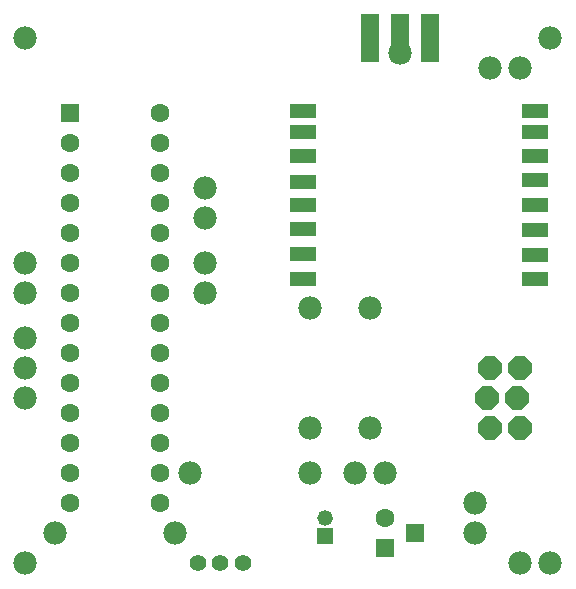
<source format=gts>
G75*
G70*
%OFA0B0*%
%FSLAX24Y24*%
%IPPOS*%
%LPD*%
%AMOC8*
5,1,8,0,0,1.08239X$1,22.5*
%
%ADD10R,0.0900X0.0460*%
%ADD11C,0.0555*%
%ADD12OC8,0.0780*%
%ADD13R,0.0640X0.1640*%
%ADD14C,0.0780*%
%ADD15R,0.0630X0.0630*%
%ADD16C,0.0630*%
%ADD17R,0.0520X0.0520*%
%ADD18C,0.0520*%
D10*
X010943Y011643D03*
X010943Y012481D03*
X010943Y013331D03*
X010943Y014118D03*
X010943Y014905D03*
X010943Y015755D03*
X010943Y016543D03*
X010943Y017268D03*
X018680Y017268D03*
X018680Y016543D03*
X018680Y015755D03*
X018680Y014968D03*
X018680Y014118D03*
X018680Y013293D03*
X018680Y012456D03*
X018680Y011668D03*
D11*
X008930Y002180D03*
X008180Y002180D03*
X007430Y002180D03*
D12*
X017080Y007680D03*
X017180Y006680D03*
X018080Y007680D03*
X018180Y006680D03*
X018180Y008680D03*
X017180Y008680D03*
D13*
X015180Y019680D03*
X014180Y019680D03*
X013180Y019680D03*
D14*
X001680Y002180D03*
X002680Y003180D03*
X006680Y003180D03*
X007180Y005180D03*
X011180Y005180D03*
X011180Y006680D03*
X012680Y005180D03*
X013680Y005180D03*
X013180Y006680D03*
X016680Y004180D03*
X016680Y003180D03*
X018180Y002180D03*
X019180Y002180D03*
X013180Y010680D03*
X011180Y010680D03*
X007680Y011180D03*
X007680Y012180D03*
X007680Y013680D03*
X007680Y014680D03*
X001680Y012180D03*
X001680Y011180D03*
X001680Y009680D03*
X001680Y008680D03*
X001680Y007680D03*
X001680Y019680D03*
X014180Y019180D03*
X017180Y018680D03*
X018180Y018680D03*
X019180Y019680D03*
D15*
X003180Y017180D03*
X014680Y003180D03*
X013680Y002680D03*
D16*
X013680Y003680D03*
X006180Y004180D03*
X006180Y005180D03*
X006180Y006180D03*
X006180Y007180D03*
X006180Y008180D03*
X006180Y009180D03*
X006180Y010180D03*
X006180Y011180D03*
X006180Y012180D03*
X006180Y013180D03*
X006180Y014180D03*
X006180Y015180D03*
X006180Y016180D03*
X006180Y017180D03*
X003180Y016180D03*
X003180Y015180D03*
X003180Y014180D03*
X003180Y013180D03*
X003180Y012180D03*
X003180Y011180D03*
X003180Y010180D03*
X003180Y009180D03*
X003180Y008180D03*
X003180Y007180D03*
X003180Y006180D03*
X003180Y005180D03*
X003180Y004180D03*
D17*
X011680Y003090D03*
D18*
X011680Y003680D03*
M02*

</source>
